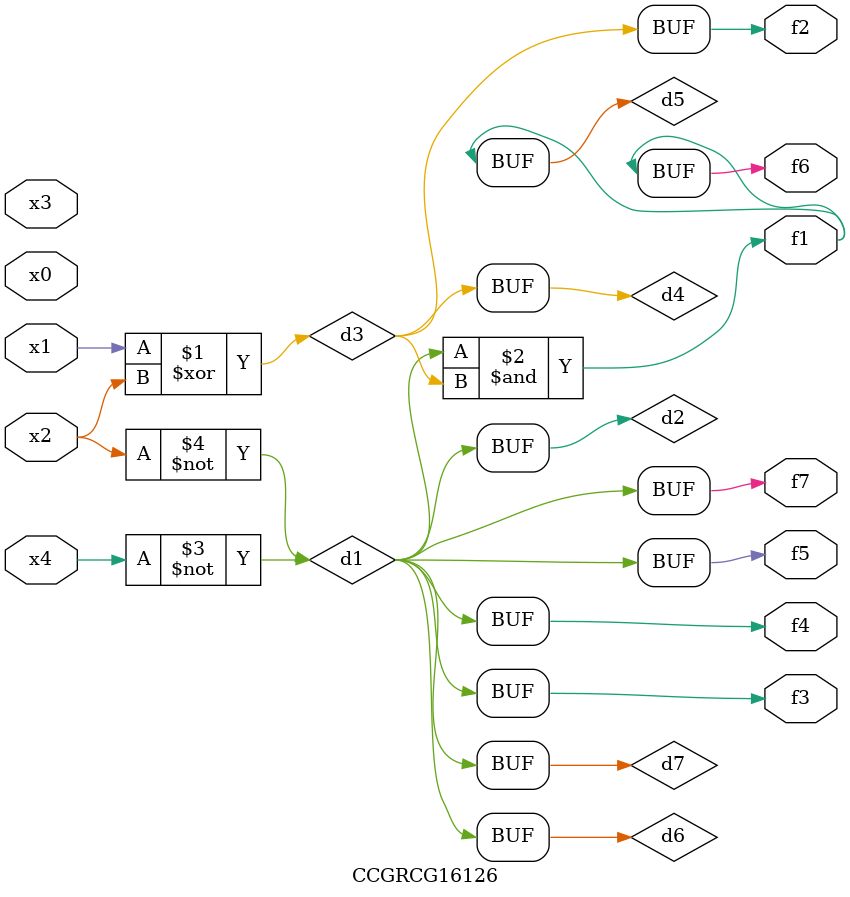
<source format=v>
module CCGRCG16126(
	input x0, x1, x2, x3, x4,
	output f1, f2, f3, f4, f5, f6, f7
);

	wire d1, d2, d3, d4, d5, d6, d7;

	not (d1, x4);
	not (d2, x2);
	xor (d3, x1, x2);
	buf (d4, d3);
	and (d5, d1, d3);
	buf (d6, d1, d2);
	buf (d7, d2);
	assign f1 = d5;
	assign f2 = d4;
	assign f3 = d7;
	assign f4 = d7;
	assign f5 = d7;
	assign f6 = d5;
	assign f7 = d7;
endmodule

</source>
